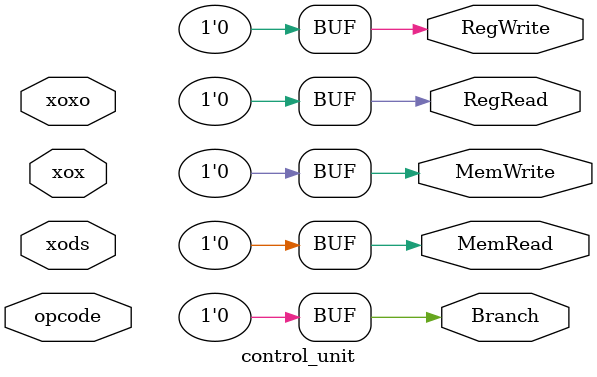
<source format=v>
/* Module to behave like the control unit to set the necessary signals for the execution of an 
   instruction -
   1. RegDst - Which field of the instruction is the register to be written to
   2. RegWrite - Write to register file
   3. RegRead - Read from a register
   4. ALUSrc - The source for the second input to the ALU
   5. PCSrc - Source for PC (next instruction to be executed)
   6. MemRead - Read from the main memory
   7. MemWrite - Write to the main memory
   8. MemToReg - Source of write_data (data to be written to the register file)
   9. Branch -  When a branch/jump instruction is used
*/

module control_unit(
    output reg  RegRead,
                RegWrite,
                MemRead,
                MemWrite,
                Branch,
    input [5:0] opcode,
    input [9:0] xox,
    input [8:0] xoxo, 
    input [1:0] xods
);

    always @(opcode, xoxo, xox, xods)
    begin
        MemRead = 1'b0;
        MemWrite = 1'b0;
        RegRead = 1'b0;
        RegWrite = 1'b0;
        Branch = 1'b0;
    end
    
    always @(opcode, xoxo, xox, xods)
    begin
        //X OR XO Format
        if(opcode == 6'd31) 
        begin
            RegRead = 1'b1;
            RegWrite = 1'b1;
        end

        //D Format - ALU Only 
        else if(opcode == 6'd14 | opcode == 6'd15 |opcode == 6'd28 |opcode == 6'd24 |opcode == 6'd26)
        begin
            RegRead = 1'b1;
            RegWrite = 1'b1;
        end

        //D Format Loads and DS load
        else if(opcode == 6'd58 | opcode == 6'd32 |opcode == 6'd40 |opcode == 6'd42 |opcode == 6'd34)
        begin
            RegRead = 1'b1;
            RegWrite = 1'b1;
            MemRead = 1'b1;
        end

        //D-Format Stores and DS Store
        else if(opcode == 6'd38 |opcode == 6'd44 |opcode == 6'd37 |opcode == 6'd36 |opcode == 6'd62)
        begin
            RegRead = 1'b1;
            MemWrite = 1'b1;
        end

        //Unconditonal Branch
        else if(opcode == 6'd18)
        begin
            Branch = 1'b1;
        end

        //Conditional Branch
        else if(opcode == 6'd19)
        begin
            Branch = 1'b1;
            RegRead = 1'b1;
        end
    end
endmodule
</source>
